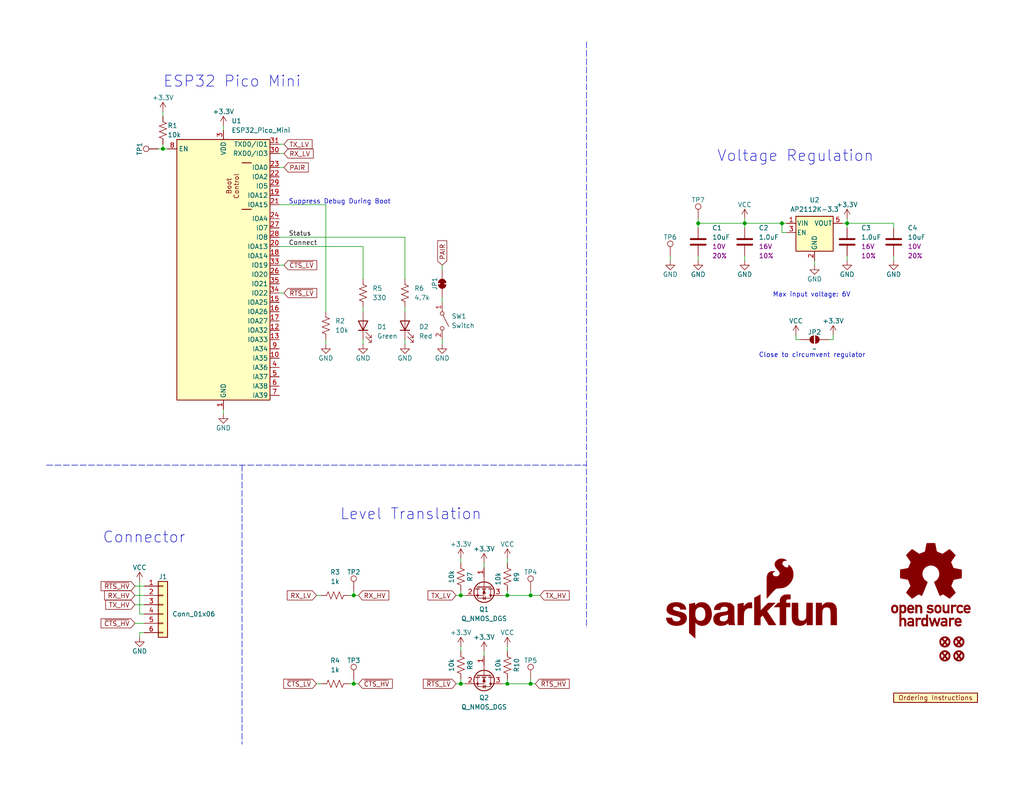
<source format=kicad_sch>
(kicad_sch (version 20230121) (generator eeschema)
  (paper "USLetter")
  (title_block (title "SparkFun BlueSMiRF - ESP32 PTH") (date "2023-07-29") (rev "v11") (comment 1 "Designed by: N. Seidle"))
  (lib_symbols
    (symbol "10k_0603_1" (pin_numbers hide) (pin_names (offset 0))
      (property "Reference" "R" (at 0 -2.54 0))
      (property "Value" "10k" (at 0 2.54 0))
      (symbol "10k_0603_1_1_1"
        (pin passive line (at 3.81 0 180) (length 1.27) (name "~") (number "1"))
        (pin passive line (at -3.81 0 0) (length 1.27) (name "~") (number "2"))
      )
    )
    (symbol "10k_0603_2" (pin_numbers hide) (pin_names (offset 0))
      (property "Reference" "R" (at 0 -2.54 0))
      (property "Value" "10k" (at 0 2.54 0))
      (symbol "10k_0603_2_1_1"
        (pin passive line (at 3.81 0 180) (length 1.27) (name "~") (number "1"))
        (pin passive line (at -3.81 0 0) (length 1.27) (name "~") (number "2"))
      )
    )
    (symbol "10k_0603_3" (pin_numbers hide) (pin_names (offset 0))
      (property "Reference" "R" (at 0 -2.54 0))
      (property "Value" "10k" (at 0 2.54 0))
      (symbol "10k_0603_3_1_1"
        (pin passive line (at 3.81 0 180) (length 1.27) (name "~") (number "1"))
        (pin passive line (at -3.81 0 0) (length 1.27) (name "~") (number "2"))
      )
    )
    (symbol "10k_0603_4" (pin_numbers hide) (pin_names (offset 0))
      (property "Reference" "R" (at 0 -2.54 0))
      (property "Value" "10k" (at 0 2.54 0))
      (symbol "10k_0603_4_1_1"
        (pin passive line (at 3.81 0 180) (length 1.27) (name "~") (number "1"))
        (pin passive line (at -3.81 0 0) (length 1.27) (name "~") (number "2"))
      )
    )
    (symbol "10k_0603_5" (pin_numbers hide) (pin_names (offset 0))
      (property "Reference" "R" (at 0 -2.54 0))
      (property "Value" "10k" (at 0 2.54 0))
      (symbol "10k_0603_5_1_1"
        (pin passive line (at 3.81 0 180) (length 1.27) (name "~") (number "1"))
        (pin passive line (at -3.81 0 0) (length 1.27) (name "~") (number "2"))
      )
    )
    (symbol "SparkFun-Aesthetic:Fiducial_0.5"
      (symbol "Fiducial_0.5_1_1"
        (text "x" (at 0 0.254 0) (effects (font (size 2.5 2.5) bold)))
      )
    )
    (symbol "SparkFun-Aesthetic:OSHW_Logo" (pin_names (offset 1.016)) (in_bom no))
    (symbol "SparkFun-Aesthetic:Ordering_Instructions"
      (symbol "Ordering_Instructions_1_1"
        (text "Ordering Instructions" (at 1.27 0 0) (effects (font (size 1.27 1.27))))
      )
    )
    (symbol "SparkFun-Aesthetic:SparkFun_Logo" (pin_names (offset 1.016)) (on_board no))
    (symbol "SparkFun-Capacitor:1.0uF_0603_16V_10%" (pin_numbers hide) (pin_names (offset 0.254))
      (property "Reference" "C" (at 0.635 2.54 0))
      (property "Value" "1.0uF" (at 0.635 -2.54 0))
      (property "Voltage" "16V" (at 0 -6.35 0))
      (property "Tolerance" "10%" (at 0 -8.89 0))
      (symbol "1.0uF_0603_16V_10%_1_1"
        (pin passive line (at 0 3.81 270) (length 2.794) (name "~") (number "1"))
        (pin passive line (at 0 -3.81 90) (length 2.794) (name "~") (number "2"))
      )
    )
    (symbol "SparkFun-Capacitor:10uF_0603_10V_20%" (pin_numbers hide) (pin_names (offset 0.254))
      (property "Reference" "C" (at 0.635 2.54 0))
      (property "Value" "10uF" (at 0.635 -2.54 0))
      (property "Voltage" "10V" (at 0 -6.35 0))
      (property "Tolerance" "20%" (at 0 -8.89 0))
      (symbol "10uF_0603_10V_20%_1_1"
        (pin passive line (at 0 3.81 270) (length 2.794) (name "~") (number "1"))
        (pin passive line (at 0 -3.81 90) (length 2.794) (name "~") (number "2"))
      )
    )
    (symbol "SparkFun-Connector:Conn_01x06" (pin_names (offset 1.016) hide)
      (property "Reference" "J" (at 0 7.62 0))
      (property "Value" "Conn_01x06" (at 0 -10.16 0))
      (symbol "Conn_01x06_1_1"
        (pin passive line (at -5.08 5.08 0) (length 3.81) (name "Pin_1") (number "1"))
        (pin passive line (at -5.08 2.54 0) (length 3.81) (name "Pin_2") (number "2"))
        (pin passive line (at -5.08 0 0) (length 3.81) (name "Pin_3") (number "3"))
        (pin passive line (at -5.08 -2.54 0) (length 3.81) (name "Pin_4") (number "4"))
        (pin passive line (at -5.08 -5.08 0) (length 3.81) (name "Pin_5") (number "5"))
        (pin passive line (at -5.08 -7.62 0) (length 3.81) (name "Pin_6") (number "6"))
      )
    )
    (symbol "SparkFun-Connector:TestPoint_0.75mm" (pin_numbers hide) (pin_names (offset 0) hide)
      (property "Reference" "TP" (at 0 5.08 0))
      (symbol "TestPoint_0.75mm_1_1"
        (pin passive line (at 0 0 90) (length 2.54) (name "1") (number "1"))
      )
    )
    (symbol "SparkFun-Connector:TestPoint_PTH" (pin_numbers hide) (pin_names (offset 0.762) hide)
      (property "Reference" "TP" (at 0 5.08 0))
      (symbol "TestPoint_PTH_1_1"
        (pin passive line (at 0 0 90) (length 2.54) (name "1") (number "1"))
      )
    )
    (symbol "SparkFun-DiscreteSemi:Q_NMOS_0.2A_50V" (pin_names (offset 0) hide)
      (property "Reference" "Q" (at 5.08 1.27 0))
      (property "Value" "NMOS_0.2A_50V" (at 5.08 -1.27 0))
      (symbol "Q_NMOS_0.2A_50V_1_1"
        (pin input line (at -5.08 0 0) (length 2.54) (name "G") (number "1"))
        (pin passive line (at 2.54 -5.08 90) (length 2.54) (name "S") (number "2"))
        (pin passive line (at 2.54 5.08 270) (length 2.54) (name "D") (number "3"))
      )
    )
    (symbol "SparkFun-Jumper:SolderJumper_2_Bridged" (pin_numbers hide) (pin_names (offset 0) hide)
      (property "Reference" "JP" (at 0 2.032 0))
      (property "Value" "~" (at 0 -2.54 0))
      (symbol "SolderJumper_2_Bridged_1_1"
        (pin passive line (at -3.81 0 0) (length 2.54) (name "A") (number "1"))
        (pin passive line (at 3.81 0 180) (length 2.54) (name "B") (number "2"))
      )
    )
    (symbol "SparkFun-Jumper:SolderJumper_2_Open" (pin_numbers hide) (pin_names (offset 0) hide)
      (property "Reference" "JP" (at 0 2.032 0))
      (property "Value" "~" (at 0 -2.54 0))
      (symbol "SolderJumper_2_Open_1_1"
        (pin passive line (at -3.81 0 0) (length 2.54) (name "A") (number "1"))
        (pin passive line (at 3.81 0 180) (length 2.54) (name "B") (number "2"))
      )
    )
    (symbol "SparkFun-LED:LED_Green_0603" (pin_numbers hide) (pin_names (offset 1.016) hide)
      (property "Reference" "D" (at 0 2.54 0))
      (property "Value" "Green" (at 0 -2.54 0))
      (symbol "LED_Green_0603_1_1"
        (pin passive line (at -3.81 0 0) (length 2.54) (name "K") (number "1"))
        (pin passive line (at 3.81 0 180) (length 2.54) (name "A") (number "2"))
      )
    )
    (symbol "SparkFun-LED:LED_Red_0603" (pin_numbers hide) (pin_names (offset 1.016) hide)
      (property "Reference" "D" (at 0 2.54 0))
      (property "Value" "Red" (at 0 -2.54 0))
      (symbol "LED_Red_0603_1_1"
        (pin passive line (at -3.81 0 0) (length 2.54) (name "K") (number "1"))
        (pin passive line (at 3.81 0 180) (length 2.54) (name "A") (number "2"))
      )
    )
    (symbol "SparkFun-PowerSymbol:GND" (power) (pin_names (offset 0))
      (property "Value" "GND" (at 0 -3.81 0))
      (symbol "GND_1_1"
        (pin power_in line (at 0 0 270) (length 0) hide (name "GND") (number "1"))
      )
    )
    (symbol "SparkFun-PowerSymbol:VCC" (power) (pin_names (offset 0))
      (property "Value" "VCC" (at 0 3.81 0))
      (symbol "VCC_1_1"
        (pin power_in line (at 0 0 90) (length 0) hide (name "VCC") (number "1"))
      )
    )
    (symbol "SparkFun-RF:ESP32-PICO-V3-02"
      (property "Reference" "U" (at -12.7 33.02 0))
      (property "Value" "ESP32-PICO-V3-02" (at 1.27 33.02 0))
      (symbol "ESP32-PICO-V3-02_1_1"
        (text "Boot\nControl" (at 2.54 19.05 900) (effects (font (size 1.27 1.27))))
        (pin power_in line (at 0 -41.91 90) (length 2.54) (name "GND") (number "1"))
        (pin input line (at 15.24 -27.94 180) (length 2.54) (name "IA35") (number "10"))
        (pin passive line (at 0 -41.91 90) (length 2.54) hide (name "GND") (number "11"))
        (pin bidirectional line (at 15.24 -20.32 180) (length 2.54) (name "IOA32") (number "12"))
        (pin bidirectional line (at 15.24 -22.86 180) (length 2.54) (name "IOA33") (number "13"))
        (pin passive line (at 0 -41.91 90) (length 2.54) hide (name "GND") (number "14"))
        (pin bidirectional line (at 15.24 -12.7 180) (length 2.54) (name "IOA25") (number "15"))
        (pin bidirectional line (at 15.24 -15.24 180) (length 2.54) (name "IOA26") (number "16"))
        (pin bidirectional line (at 15.24 -17.78 180) (length 2.54) (name "IOA27") (number "17"))
        (pin bidirectional line (at 15.24 0 180) (length 2.54) (name "IOA14") (number "18"))
        (pin bidirectional line (at 15.24 16.51 180) (length 2.54) (name "IOA12") (number "19"))
        (pin passive line (at 0 -41.91 90) (length 2.54) hide (name "GND") (number "2"))
        (pin bidirectional line (at 15.24 2.54 180) (length 2.54) (name "IOA13") (number "20"))
        (pin bidirectional line (at 15.24 13.97 180) (length 2.54) (name "IOA15") (number "21"))
        (pin bidirectional line (at 15.24 21.59 180) (length 2.54) (name "IOA2") (number "22"))
        (pin bidirectional line (at 15.24 24.13 180) (length 2.54) (name "IOA0") (number "23"))
        (pin bidirectional line (at 15.24 10.16 180) (length 2.54) (name "IOA4") (number "24"))
        (pin no_connect line (at -12.7 -11.43 0) (length 2.54) hide (name "NC") (number "25"))
        (pin bidirectional line (at 15.24 -5.08 180) (length 2.54) (name "IO20") (number "26"))
        (pin bidirectional line (at 15.24 7.62 180) (length 2.54) (name "IO7") (number "27"))
        (pin bidirectional line (at 15.24 5.08 180) (length 2.54) (name "IO8") (number "28"))
        (pin bidirectional line (at 15.24 19.05 180) (length 2.54) (name "IO5") (number "29"))
        (pin power_in line (at 0 34.29 270) (length 2.54) (name "VDD") (number "3"))
        (pin bidirectional line (at 15.24 27.94 180) (length 2.54) (name "RXD0/IO3") (number "30"))
        (pin bidirectional line (at 15.24 30.48 180) (length 2.54) (name "TXD0/IO1") (number "31"))
        (pin no_connect line (at -12.7 -13.97 0) (length 2.54) hide (name "NC") (number "32"))
        (pin bidirectional line (at 15.24 -2.54 180) (length 2.54) (name "IO19") (number "33"))
        (pin bidirectional line (at 15.24 -10.16 180) (length 2.54) (name "IO22") (number "34"))
        (pin bidirectional line (at 15.24 -7.62 180) (length 2.54) (name "IO21") (number "35"))
        (pin passive line (at 0 -41.91 90) (length 2.54) hide (name "GND") (number "36"))
        (pin passive line (at 0 -41.91 90) (length 2.54) hide (name "GND") (number "37"))
        (pin passive line (at 0 -41.91 90) (length 2.54) hide (name "GND") (number "38"))
        (pin passive line (at 0 -41.91 90) (length 2.54) hide (name "GND") (number "39"))
        (pin input line (at 15.24 -30.48 180) (length 2.54) (name "IA36") (number "4"))
        (pin passive line (at 0 -41.91 90) (length 2.54) hide (name "GND") (number "40"))
        (pin passive line (at 0 -41.91 90) (length 2.54) hide (name "GND") (number "41"))
        (pin passive line (at 0 -41.91 90) (length 2.54) hide (name "GND") (number "42"))
        (pin passive line (at 0 -41.91 90) (length 2.54) hide (name "GND") (number "43"))
        (pin passive line (at 0 -41.91 90) (length 2.54) hide (name "GND") (number "44"))
        (pin passive line (at 0 -41.91 90) (length 2.54) hide (name "GND") (number "45"))
        (pin passive line (at 0 -41.91 90) (length 2.54) hide (name "GND") (number "46"))
        (pin passive line (at 0 -41.91 90) (length 2.54) hide (name "GND") (number "47"))
        (pin passive line (at 0 -41.91 90) (length 2.54) hide (name "GND") (number "48"))
        (pin passive line (at 0 -41.91 90) (length 2.54) hide (name "GND") (number "49.1"))
        (pin passive line (at 0 -41.91 90) (length 2.54) hide (name "GND") (number "49.2"))
        (pin passive line (at 0 -41.91 90) (length 2.54) hide (name "GND") (number "49.3"))
        (pin passive line (at 0 -41.91 90) (length 2.54) hide (name "GND") (number "49.4"))
        (pin passive line (at 0 -41.91 90) (length 2.54) hide (name "GND") (number "49.5"))
        (pin passive line (at 0 -41.91 90) (length 2.54) hide (name "GND") (number "49.6"))
        (pin passive line (at 0 -41.91 90) (length 2.54) hide (name "GND") (number "49.7"))
        (pin passive line (at 0 -41.91 90) (length 2.54) hide (name "GND") (number "49.8"))
        (pin passive line (at 0 -41.91 90) (length 2.54) hide (name "GND") (number "49.9"))
        (pin input line (at 15.24 -33.02 180) (length 2.54) (name "IA37") (number "5"))
        (pin passive line (at 0 -41.91 90) (length 2.54) hide (name "GND") (number "50"))
        (pin passive line (at 0 -41.91 90) (length 2.54) hide (name "GND") (number "51"))
        (pin passive line (at 0 -41.91 90) (length 2.54) hide (name "GND") (number "52"))
        (pin passive line (at 0 -41.91 90) (length 2.54) hide (name "GND") (number "53"))
        (pin input line (at 15.24 -35.56 180) (length 2.54) (name "IA38") (number "6"))
        (pin input line (at 15.24 -38.1 180) (length 2.54) (name "IA39") (number "7"))
        (pin input line (at -15.24 29.21 0) (length 2.54) (name "EN") (number "8"))
        (pin input line (at 15.24 -25.4 180) (length 2.54) (name "IA34") (number "9"))
      )
    )
    (symbol "SparkFun-Regulator:AP2112K-3.3" (pin_names (offset 0.254))
      (property "Reference" "U3" (at 0 8.89 0))
      (property "Value" "AP2112K-3.3" (at 0 6.35 0))
      (symbol "AP2112K-3.3_1_1"
        (pin power_in line (at -7.62 2.54 0) (length 2.54) (name "VIN") (number "1"))
        (pin power_in line (at 0 -7.62 90) (length 2.54) (name "GND") (number "2"))
        (pin input line (at -7.62 0 0) (length 2.54) (name "EN") (number "3"))
        (pin no_connect line (at 5.08 0 180) (length 2.54) hide (name "NC") (number "4"))
        (pin power_out line (at 7.62 2.54 180) (length 2.54) (name "VOUT") (number "5"))
      )
    )
    (symbol "SparkFun-Resistor:10k_0603" (pin_numbers hide) (pin_names (offset 0))
      (property "Reference" "R" (at 2.54 0 90))
      (property "Value" "10k" (at -2.54 0 90))
      (symbol "10k_0603_1_1"
        (pin passive line (at 0 3.81 270) (length 1.27) (name "~") (number "1"))
        (pin passive line (at 0 -3.81 90) (length 1.27) (name "~") (number "2"))
      )
    )
    (symbol "SparkFun-Resistor:1k_0603" (pin_numbers hide) (pin_names (offset 0))
      (property "Reference" "R" (at 2.54 0 90))
      (property "Value" "1k" (at -2.54 0 90))
      (symbol "1k_0603_1_1"
        (pin passive line (at 0 3.81 270) (length 1.27) (name "~") (number "1"))
        (pin passive line (at 0 -3.81 90) (length 1.27) (name "~") (number "2"))
      )
    )
    (symbol "SparkFun-Resistor:330_0603" (pin_numbers hide) (pin_names (offset 0))
      (property "Reference" "R" (at 2.54 0 90))
      (property "Value" "330" (at -2.54 0 90))
      (symbol "330_0603_1_1"
        (pin passive line (at 0 3.81 270) (length 1.27) (name "~") (number "1"))
        (pin passive line (at 0 -3.81 90) (length 1.27) (name "~") (number "2"))
      )
    )
    (symbol "SparkFun-Resistor:4.7k_0603" (pin_numbers hide) (pin_names (offset 0))
      (property "Reference" "R" (at 2.54 0 90))
      (property "Value" "4.7k" (at -2.54 0 90))
      (symbol "4.7k_0603_1_1"
        (pin passive line (at 0 3.81 270) (length 1.27) (name "~") (number "1"))
        (pin passive line (at 0 -3.81 90) (length 1.27) (name "~") (number "2"))
      )
    )
    (symbol "SparkFun-Switch:SPST_Momentary_4.6x2.8mm" (pin_names (offset 0) hide)
      (property "Reference" "SW" (at 0 3.175 0))
      (property "Value" "SPST_Momentary_4.6x2.8mm" (at 0 -2.54 0))
      (symbol "SPST_Momentary_4.6x2.8mm_1_1"
        (pin passive line (at -5.08 0 0) (length 2.54) (name "A") (number "1"))
        (pin passive line (at 5.08 0 180) (length 2.54) (name "B") (number "2"))
      )
    )
    (symbol "power:+3.3V" (power) (pin_names (offset 0))
      (property "Value" "+3.3V" (at 0 3.556 0))
      (symbol "+3.3V_1_1"
        (pin power_in line (at 0 0 90) (length 0) hide (name "+3.3V") (number "1"))
      )
    )
    (symbol "power:GND" (power) (pin_names (offset 0))
      (property "Value" "GND" (at 0 -3.81 0))
      (symbol "GND_1_1"
        (pin power_in line (at 0 0 270) (length 0) hide (name "GND") (number "1"))
      )
    )
  )
  (junction (at 144.78 162.56))
  (junction (at 125.73 162.56))
  (junction (at 96.52 162.56))
  (junction (at 44.45 40.64))
  (junction (at 231.14 60.96))
  (junction (at 96.52 186.69))
  (junction (at 213.36 60.96))
  (junction (at 138.43 186.69))
  (junction (at 144.78 186.69))
  (junction (at 138.43 162.56))
  (junction (at 190.5 60.96))
  (junction (at 125.73 186.69))
  (junction (at 203.2 60.96))
  (wire (pts (xy 39.37 167.64) (xy 38.1 167.64)))
  (wire (pts (xy 99.06 67.31) (xy 99.06 76.2)))
  (wire (pts (xy 45.72 40.64) (xy 44.45 40.64)))
  (wire (pts (xy 110.49 64.77) (xy 110.49 76.2)))
  (wire (pts (xy 138.43 152.4) (xy 138.43 153.67)))
  (wire (pts (xy 138.43 185.42) (xy 138.43 186.69)))
  (wire (pts (xy 213.36 60.96) (xy 214.63 60.96)))
  (wire (pts (xy 138.43 161.29) (xy 138.43 162.56)))
  (wire (pts (xy 60.96 34.29) (xy 60.96 35.56)))
  (wire (pts (xy 138.43 186.69) (xy 144.78 186.69)))
  (wire (pts (xy 144.78 161.29) (xy 144.78 162.56)))
  (wire (pts (xy 88.9 55.88) (xy 88.9 85.09)))
  (wire (pts (xy 132.08 177.8) (xy 132.08 179.07)))
  (wire (pts (xy 96.52 162.56) (xy 97.79 162.56)))
  (wire (pts (xy 227.33 91.44) (xy 227.33 92.71)))
  (wire (pts (xy 76.2 45.72) (xy 77.47 45.72)))
  (wire (pts (xy 99.06 92.71) (xy 99.06 93.98)))
  (wire (pts (xy 96.52 161.29) (xy 96.52 162.56)))
  (wire (pts (xy 231.14 60.96) (xy 243.84 60.96)))
  (wire (pts (xy 222.25 71.12) (xy 222.25 72.39)))
  (wire (pts (xy 96.52 185.42) (xy 96.52 186.69)))
  (wire (pts (xy 190.5 60.96) (xy 203.2 60.96)))
  (wire (pts (xy 138.43 176.53) (xy 138.43 177.8)))
  (wire (pts (xy 86.36 162.56) (xy 87.63 162.56)))
  (wire (pts (xy 125.73 152.4) (xy 125.73 153.67)))
  (wire (pts (xy 203.2 69.85) (xy 203.2 71.12)))
  (wire (pts (xy 125.73 161.29) (xy 125.73 162.56)))
  (wire (pts (xy 127 162.56) (xy 125.73 162.56)))
  (wire (pts (xy 217.17 91.44) (xy 217.17 92.71)))
  (wire (pts (xy 132.08 153.67) (xy 132.08 154.94)))
  (polyline (pts (xy 66.04 127) (xy 66.04 203.2)) (stroke (width 0) (type dash)))
  (wire (pts (xy 76.2 39.37) (xy 77.47 39.37)))
  (wire (pts (xy 76.2 80.01) (xy 77.47 80.01)))
  (wire (pts (xy 120.65 93.98) (xy 120.65 92.71)))
  (wire (pts (xy 99.06 83.82) (xy 99.06 85.09)))
  (wire (pts (xy 190.5 62.23) (xy 190.5 60.96)))
  (wire (pts (xy 36.83 160.02) (xy 39.37 160.02)))
  (wire (pts (xy 39.37 172.72) (xy 38.1 172.72)))
  (wire (pts (xy 44.45 30.48) (xy 44.45 31.75)))
  (wire (pts (xy 203.2 59.69) (xy 203.2 60.96)))
  (wire (pts (xy 124.46 162.56) (xy 125.73 162.56)))
  (wire (pts (xy 125.73 185.42) (xy 125.73 186.69)))
  (wire (pts (xy 76.2 64.77) (xy 110.49 64.77)))
  (wire (pts (xy 95.25 186.69) (xy 96.52 186.69)))
  (wire (pts (xy 203.2 60.96) (xy 203.2 62.23)))
  (wire (pts (xy 137.16 162.56) (xy 138.43 162.56)))
  (wire (pts (xy 214.63 63.5) (xy 213.36 63.5)))
  (wire (pts (xy 36.83 162.56) (xy 39.37 162.56)))
  (wire (pts (xy 243.84 60.96) (xy 243.84 62.23)))
  (wire (pts (xy 231.14 69.85) (xy 231.14 71.12)))
  (wire (pts (xy 226.06 92.71) (xy 227.33 92.71)))
  (wire (pts (xy 124.46 186.69) (xy 125.73 186.69)))
  (wire (pts (xy 138.43 162.56) (xy 144.78 162.56)))
  (wire (pts (xy 88.9 93.98) (xy 88.9 92.71)))
  (wire (pts (xy 213.36 63.5) (xy 213.36 60.96)))
  (wire (pts (xy 44.45 40.64) (xy 44.45 39.37)))
  (wire (pts (xy 217.17 92.71) (xy 218.44 92.71)))
  (wire (pts (xy 76.2 67.31) (xy 99.06 67.31)))
  (wire (pts (xy 60.96 113.03) (xy 60.96 111.76)))
  (wire (pts (xy 76.2 55.88) (xy 88.9 55.88)))
  (wire (pts (xy 231.14 60.96) (xy 231.14 62.23)))
  (wire (pts (xy 231.14 59.69) (xy 231.14 60.96)))
  (wire (pts (xy 76.2 41.91) (xy 77.47 41.91)))
  (wire (pts (xy 36.83 165.1) (xy 39.37 165.1)))
  (wire (pts (xy 38.1 172.72) (xy 38.1 173.99)))
  (wire (pts (xy 95.25 162.56) (xy 96.52 162.56)))
  (wire (pts (xy 144.78 186.69) (xy 146.05 186.69)))
  (wire (pts (xy 137.16 186.69) (xy 138.43 186.69)))
  (wire (pts (xy 182.88 71.12) (xy 182.88 69.85)))
  (wire (pts (xy 144.78 162.56) (xy 147.32 162.56)))
  (wire (pts (xy 190.5 59.69) (xy 190.5 60.96)))
  (wire (pts (xy 120.65 72.39) (xy 120.65 73.66)))
  (wire (pts (xy 243.84 69.85) (xy 243.84 71.12)))
  (polyline (pts (xy 12.7 127) (xy 160.02 127)) (stroke (width 0) (type dash)))
  (wire (pts (xy 76.2 72.39) (xy 77.47 72.39)))
  (wire (pts (xy 190.5 69.85) (xy 190.5 71.12)))
  (wire (pts (xy 86.36 186.69) (xy 87.63 186.69)))
  (wire (pts (xy 203.2 60.96) (xy 213.36 60.96)))
  (wire (pts (xy 125.73 186.69) (xy 127 186.69)))
  (wire (pts (xy 110.49 92.71) (xy 110.49 93.98)))
  (wire (pts (xy 43.18 40.64) (xy 44.45 40.64)))
  (wire (pts (xy 120.65 81.28) (xy 120.65 82.55)))
  (wire (pts (xy 229.87 60.96) (xy 231.14 60.96)))
  (wire (pts (xy 144.78 185.42) (xy 144.78 186.69)))
  (wire (pts (xy 38.1 158.75) (xy 38.1 167.64)))
  (wire (pts (xy 125.73 176.53) (xy 125.73 177.8)))
  (wire (pts (xy 96.52 186.69) (xy 97.79 186.69)))
  (wire (pts (xy 36.83 170.18) (xy 39.37 170.18)))
  (polyline (pts (xy 160.02 11.43) (xy 160.02 171.45)) (stroke (width 0) (type dash)))
  (wire (pts (xy 110.49 83.82) (xy 110.49 85.09)))
  (text "Max input voltage: 6V" (at 210.82 81.28 0) (effects (font (size 1.27 1.27)) (justify left bottom)))
  (text "Level Translation\n" (at 92.71 142.24 0) (effects (font (size 3 3)) (justify left bottom)))
  (text "Voltage Regulation" (at 195.58 44.45 0) (effects (font (size 3 3)) (justify left bottom)))
  (text "ESP32 Pico Mini\n" (at 44.45 24.13 0) (effects (font (size 3 3)) (justify left bottom)))
  (text "Close to circumvent regulator" (at 207.01 97.79 0) (effects (font (size 1.27 1.27)) (justify left bottom)))
  (text "Connector\n" (at 27.94 148.59 0) (effects (font (size 3 3)) (justify left bottom)))
  (text "Suppress Debug During Boot" (at 78.74 55.88 0) (effects (font (size 1.27 1.27)) (justify left bottom)))
  (label "Status" (at 78.74 64.77 0))
  (label "Connect" (at 78.74 67.31 0))
  (global_label "TX_LV" (shape input) (at 77.47 39.37 0) (property "Intersheetrefs" "${INTERSHEET_REFS}" (effects hide)))
  (global_label "RX_HV" (shape input) (at 36.83 162.56 180) (property "Intersheetrefs" "${INTERSHEET_REFS}" (effects hide)))
  (global_label "~{RTS_LV}" (shape input) (at 124.46 186.69 180) (property "Intersheetrefs" "${INTERSHEET_REFS}" (effects hide)))
  (global_label "~{CTS_HV}" (shape input) (at 97.79 186.69 0) (property "Intersheetrefs" "${INTERSHEET_REFS}" (effects hide)))
  (global_label "~{RTS_HV}" (shape input) (at 146.05 186.69 0) (property "Intersheetrefs" "${INTERSHEET_REFS}" (effects hide)))
  (global_label "RX_LV" (shape input) (at 86.36 162.56 180) (property "Intersheetrefs" "${INTERSHEET_REFS}" (effects hide)))
  (global_label "PAIR" (shape input) (at 120.65 72.39 90) (property "Intersheetrefs" "${INTERSHEET_REFS}" (effects hide)))
  (global_label "~{CTS_LV}" (shape input) (at 77.47 72.39 0) (property "Intersheetrefs" "${INTERSHEET_REFS}" (effects hide)))
  (global_label "PAIR" (shape input) (at 77.47 45.72 0) (property "Intersheetrefs" "${INTERSHEET_REFS}" (effects hide)))
  (global_label "TX_HV" (shape input) (at 147.32 162.56 0) (property "Intersheetrefs" "${INTERSHEET_REFS}" (effects hide)))
  (global_label "RX_HV" (shape input) (at 97.79 162.56 0) (property "Intersheetrefs" "${INTERSHEET_REFS}" (effects hide)))
  (global_label "~{RTS_HV}" (shape input) (at 36.83 160.02 180) (property "Intersheetrefs" "${INTERSHEET_REFS}" (effects hide)))
  (global_label "RX_LV" (shape input) (at 77.47 41.91 0) (property "Intersheetrefs" "${INTERSHEET_REFS}" (effects hide)))
  (global_label "~{RTS_LV}" (shape input) (at 77.47 80.01 0) (property "Intersheetrefs" "${INTERSHEET_REFS}" (effects hide)))
  (global_label "TX_HV" (shape input) (at 36.83 165.1 180) (property "Intersheetrefs" "${INTERSHEET_REFS}" (effects hide)))
  (global_label "~{CTS_HV}" (shape input) (at 36.83 170.18 180) (property "Intersheetrefs" "${INTERSHEET_REFS}" (effects hide)))
  (global_label "~{CTS_LV}" (shape input) (at 86.36 186.69 180) (property "Intersheetrefs" "${INTERSHEET_REFS}" (effects hide)))
  (global_label "TX_LV" (shape input) (at 124.46 162.56 180) (property "Intersheetrefs" "${INTERSHEET_REFS}" (effects hide)))
  (symbol (lib_id "SparkFun-Connector:TestPoint_0.75mm") (at 190.5 59.69 0) (unit 1)
    (property "Reference" "TP7" (at 190.5 54.61 0))
    (property "Value" "TestPoint_0.75mm" (effects hide))
    (property "Footprint" "SparkFun-Connector:TestPoint-0.75mm" (effects hide))
  )
  (symbol (lib_id "SparkFun-Connector:TestPoint_0.75mm") (at 144.78 185.42 0) (unit 1)
    (property "Reference" "TP5" (at 144.78 180.34 0))
    (property "Value" "TestPoint_0.75mm" (effects hide))
    (property "Footprint" "SparkFun-Connector:TestPoint-0.75mm" (effects hide))
  )
  (symbol (lib_id "SparkFun-Jumper:SolderJumper_2_Bridged") (at 120.65 77.47 90) (unit 1)
    (property "Reference" "JP1" (at 118.618 77.47 0))
    (property "Footprint" "SparkFun-Jumper:SMT-JUMPER_2_NC_TRACE_SILK" (effects hide))
  )
  (symbol (lib_id "SparkFun-LED:LED_Green_0603") (at 99.06 88.9 90) (unit 1)
    (property "Reference" "D1" (at 102.87 89.2175 90) (effects (justify right)))
    (property "Value" "Green" (at 102.87 91.7575 90) (effects (justify right)))
    (property "Footprint" "SparkFun-LED:LED_0603_1608Metric" (effects hide))
    (property "Datasheet" "https://docs.broadcom.com/docs/AV02-0551EN" (effects hide))
    (property "PROD_ID" "DIO-00821" (effects hide))
  )
  (symbol (lib_id "SparkFun-Capacitor:1.0uF_0603_16V_10%") (at 231.14 66.04 0) (unit 1)
    (property "Reference" "C3" (at 234.95 62.23 0) (effects (justify left)))
    (property "Value" "1.0uF" (at 234.95 64.77 0) (effects (justify left)))
    (property "Footprint" "SparkFun-Capacitor:C_0603_1608Metric" (effects hide))
    (property "Datasheet" "https://cdn.sparkfun.com/assets/8/a/4/a/5/Kemet_Capacitor_Datasheet.pdf" (effects hide))
    (property "PROD_ID" "CAP-13930" (effects hide))
    (property "Voltage" "16V" (at 234.95 67.31 0) (effects (justify left)))
    (property "Tolerance" "10%" (at 234.95 69.85 0) (effects (justify left)))
  )
  (symbol (lib_id "SparkFun-PowerSymbol:VCC") (at 203.2 59.69 0) (unit 1)
    (property "Reference" "#PWR0106" (effects hide))
    (property "Value" "VCC" (at 203.2 55.88 0))
  )
  (symbol (lib_id "SparkFun-Aesthetic:Fiducial_0.5") (at 261.62 179.07 0) (unit 1)
    (property "Reference" "FID4" (effects hide))
    (property "Value" "Fiducial_0.5" (effects hide))
    (property "Footprint" "SparkFun-Aesthetic:Fiducial_0.5mm_Mask1mm" (effects hide))
  )
  (symbol (lib_id "power:GND") (at 222.25 72.39 0) (unit 1)
    (property "Reference" "#PWR0104" (effects hide))
    (property "Value" "GND" (at 222.25 76.2 0))
  )
  (symbol (lib_id "SparkFun-Aesthetic:SparkFun_Logo") (at 204.47 167.64 0) (unit 1) (on_board no)
    (property "Reference" "G1" (effects hide))
    (property "Value" "SparkFun_Logo" (effects hide))
  )
  (symbol (lib_id "power:GND") (at 243.84 71.12 0) (unit 1)
    (property "Reference" "#PWR0109" (effects hide))
    (property "Value" "GND" (at 243.84 74.93 0))
  )
  (symbol (lib_name "10k_0603_1") (lib_id "SparkFun-Resistor:10k_0603") (at 125.73 157.48 90) (unit 1)
    (property "Reference" "R7" (at 128.27 157.48 0))
    (property "Value" "10k" (at 123.19 157.48 0))
    (property "Footprint" "SparkFun-Resistor:R_0603_1608Metric" (effects hide))
    (property "Datasheet" "https://www.vishay.com/docs/20035/dcrcwe3.pdf" (effects hide))
    (property "PROD_ID" "RES-00824" (effects hide))
  )
  (symbol (lib_id "SparkFun-Aesthetic:Fiducial_0.5") (at 261.62 175.26 0) (unit 1)
    (property "Reference" "FID3" (effects hide))
    (property "Value" "Fiducial_0.5" (effects hide))
    (property "Footprint" "SparkFun-Aesthetic:Fiducial_0.5mm_Mask1mm" (effects hide))
  )
  (symbol (lib_id "SparkFun-Connector:Conn_01x06") (at 44.45 165.1 0) (unit 1)
    (property "Reference" "J1" (at 44.45 157.48 0))
    (property "Value" "Conn_01x06" (at 46.99 167.64 0) (effects (justify left)))
    (property "Footprint" "SparkFun-Connector:1X06" (effects hide))
  )
  (symbol (lib_id "power:+3.3V") (at 125.73 176.53 0) (unit 1)
    (property "Reference" "#PWR0101" (effects hide))
    (property "Value" "+3.3V" (at 125.73 172.72 0))
  )
  (symbol (lib_id "SparkFun-Resistor:1k_0603") (at 91.44 162.56 90) (unit 1)
    (property "Reference" "R3" (at 91.44 156.21 90))
    (property "Value" "1k" (at 91.44 158.75 90))
    (property "Footprint" "SparkFun-Resistor:R_0603_1608Metric" (effects hide))
    (property "Datasheet" "https://www.vishay.com/docs/20035/dcrcwe3.pdf" (effects hide))
    (property "PROD_ID" "RES-07856" (effects hide))
  )
  (symbol (lib_id "power:GND") (at 203.2 71.12 0) (unit 1)
    (property "Reference" "#PWR0112" (effects hide))
    (property "Value" "GND" (at 203.2 74.93 0))
  )
  (symbol (lib_id "SparkFun-Connector:TestPoint_0.75mm") (at 144.78 161.29 0) (unit 1)
    (property "Reference" "TP4" (at 144.78 156.21 0))
    (property "Value" "TestPoint_0.75mm" (effects hide))
    (property "Footprint" "SparkFun-Connector:TestPoint-0.75mm" (effects hide))
  )
  (symbol (lib_id "SparkFun-Capacitor:10uF_0603_10V_20%") (at 190.5 66.04 0) (unit 1)
    (property "Reference" "C1" (at 194.31 62.23 0) (effects (justify left)))
    (property "Value" "10uF" (at 194.31 64.77 0) (effects (justify left)))
    (property "Footprint" "SparkFun-Capacitor:C_0603_1608Metric" (effects hide))
    (property "Datasheet" "https://cdn.sparkfun.com/assets/8/a/4/a/5/Kemet_Capacitor_Datasheet.pdf" (effects hide))
    (property "PROD_ID" "CAP-20155" (effects hide))
    (property "Voltage" "10V" (at 194.31 67.31 0) (effects (justify left)))
    (property "Tolerance" "20%" (at 194.31 69.85 0) (effects (justify left)))
  )
  (symbol (lib_id "SparkFun-PowerSymbol:GND") (at 120.65 93.98 0) (unit 1)
    (property "Reference" "#PWR0119" (effects hide))
    (property "Value" "GND" (at 120.65 97.79 0))
  )
  (symbol (lib_id "SparkFun-RF:ESP32-PICO-V3-02") (at 60.96 69.85 0) (unit 1)
    (property "Reference" "U1" (at 63.1541 33.02 0) (effects (justify left)))
    (property "Value" "ESP32_Pico_Mini" (at 63.1541 35.56 0) (effects (justify left)))
    (property "Footprint" "SparkFun-RF:ESP32-MINI" (effects hide))
    (property "Datasheet" "https://www.espressif.com/sites/default/files/documentation/esp32-pico-mini-02_datasheet_en.pdf" (effects hide))
    (property "PROD_ID" "IC-19692" (effects hide))
  )
  (symbol (lib_id "SparkFun-DiscreteSemi:Q_NMOS_0.2A_50V") (at 132.08 160.02 270) (unit 1)
    (property "Reference" "Q1" (at 132.08 166.37 90))
    (property "Value" "Q_NMOS_DGS" (at 132.08 168.91 90))
    (property "Footprint" "SparkFun-Semiconductor-Standard:SOT23-3" (effects hide))
    (property "Datasheet" "https://cdn.sparkfun.com/datasheets/BreakoutBoards/BSS138.pdf" (effects hide))
    (property "PROD_ID" "TRANS-00830" (effects hide))
  )
  (symbol (lib_id "SparkFun-Capacitor:1.0uF_0603_16V_10%") (at 203.2 66.04 0) (unit 1)
    (property "Reference" "C2" (at 207.01 62.23 0) (effects (justify left)))
    (property "Value" "1.0uF" (at 207.01 64.77 0) (effects (justify left)))
    (property "Footprint" "SparkFun-Capacitor:C_0603_1608Metric" (effects hide))
    (property "Datasheet" "https://cdn.sparkfun.com/assets/8/a/4/a/5/Kemet_Capacitor_Datasheet.pdf" (effects hide))
    (property "PROD_ID" "CAP-13930" (effects hide))
    (property "Voltage" "16V" (at 207.01 67.31 0) (effects (justify left)))
    (property "Tolerance" "10%" (at 207.01 69.85 0) (effects (justify left)))
  )
  (symbol (lib_id "SparkFun-Switch:SPST_Momentary_4.6x2.8mm") (at 120.65 87.63 270) (unit 1)
    (property "Reference" "SW1" (at 123.19 86.36 90) (effects (justify left)))
    (property "Value" "Switch" (at 123.19 88.9 90) (effects (justify left)))
    (property "Footprint" "SparkFun-Switch:Momentary_SMD_4.6x2.8mm" (effects hide))
    (property "PROD_ID" "SWCH-15606" (effects hide))
  )
  (symbol (lib_id "SparkFun-Connector:TestPoint_0.75mm") (at 96.52 161.29 0) (unit 1)
    (property "Reference" "TP2" (at 96.52 156.21 0))
    (property "Value" "TestPoint_0.75mm" (effects hide))
    (property "Footprint" "SparkFun-Connector:TestPoint-0.75mm" (effects hide))
  )
  (symbol (lib_id "SparkFun-Resistor:330_0603") (at 99.06 80.01 0) (unit 1)
    (property "Reference" "R5" (at 101.6 78.74 0) (effects (justify left)))
    (property "Value" "330" (at 101.6 81.28 0) (effects (justify left)))
    (property "Footprint" "SparkFun-Resistor:R_0603_1608Metric" (effects hide))
    (property "Datasheet" "https://www.vishay.com/docs/20035/dcrcwe3.pdf" (effects hide))
    (property "PROD_ID" "RES-00818" (effects hide))
  )
  (symbol (lib_id "SparkFun-Resistor:1k_0603") (at 91.44 186.69 90) (unit 1)
    (property "Reference" "R4" (at 91.44 180.34 90))
    (property "Value" "1k" (at 91.44 182.88 90))
    (property "Footprint" "SparkFun-Resistor:R_0603_1608Metric" (effects hide))
    (property "Datasheet" "https://www.vishay.com/docs/20035/dcrcwe3.pdf" (effects hide))
    (property "PROD_ID" "RES-07856" (effects hide))
  )
  (symbol (lib_id "SparkFun-DiscreteSemi:Q_NMOS_0.2A_50V") (at 132.08 184.15 270) (unit 1)
    (property "Reference" "Q2" (at 132.08 190.5 90))
    (property "Value" "Q_NMOS_DGS" (at 132.08 193.04 90))
    (property "Footprint" "SparkFun-Semiconductor-Standard:SOT23-3" (effects hide))
    (property "Datasheet" "https://cdn.sparkfun.com/datasheets/BreakoutBoards/BSS138.pdf" (effects hide))
    (property "PROD_ID" "TRANS-00830" (effects hide))
  )
  (symbol (lib_id "power:+3.3V") (at 227.33 91.44 0) (unit 1)
    (property "Reference" "#PWR0108" (effects hide))
    (property "Value" "+3.3V" (at 227.33 87.63 0))
  )
  (symbol (lib_id "SparkFun-Connector:TestPoint_0.75mm") (at 96.52 185.42 0) (unit 1)
    (property "Reference" "TP3" (at 96.52 180.34 0))
    (property "Value" "TestPoint_0.75mm" (effects hide))
    (property "Footprint" "SparkFun-Connector:TestPoint-0.75mm" (effects hide))
  )
  (symbol (lib_id "SparkFun-Capacitor:10uF_0603_10V_20%") (at 243.84 66.04 0) (unit 1)
    (property "Reference" "C4" (at 247.65 62.23 0) (effects (justify left)))
    (property "Value" "10uF" (at 247.65 64.77 0) (effects (justify left)))
    (property "Footprint" "SparkFun-Capacitor:C_0603_1608Metric" (effects hide))
    (property "Datasheet" "https://cdn.sparkfun.com/assets/8/a/4/a/5/Kemet_Capacitor_Datasheet.pdf" (effects hide))
    (property "PROD_ID" "CAP-20155" (effects hide))
    (property "Voltage" "10V" (at 247.65 67.31 0) (effects (justify left)))
    (property "Tolerance" "20%" (at 247.65 69.85 0) (effects (justify left)))
  )
  (symbol (lib_id "SparkFun-Resistor:4.7k_0603") (at 110.49 80.01 0) (unit 1)
    (property "Reference" "R6" (at 113.03 78.74 0) (effects (justify left)))
    (property "Value" "4.7k" (at 113.03 81.28 0) (effects (justify left)))
    (property "Footprint" "SparkFun-Resistor:R_0603_1608Metric" (effects hide))
    (property "Datasheet" "https://www.vishay.com/docs/20035/dcrcwe3.pdf" (effects hide))
    (property "PROD_ID" "RES-07857" (effects hide))
  )
  (symbol (lib_id "power:+3.3V") (at 132.08 177.8 0) (unit 1)
    (property "Reference" "#PWR0102" (effects hide))
    (property "Value" "+3.3V" (at 132.08 173.99 0))
  )
  (symbol (lib_id "power:+3.3V") (at 44.45 30.48 0) (unit 1)
    (property "Reference" "#PWR0114" (effects hide))
    (property "Value" "+3.3V" (at 44.45 26.67 0))
  )
  (symbol (lib_id "power:GND") (at 60.96 113.03 0) (unit 1)
    (property "Reference" "#PWR0121" (effects hide))
    (property "Value" "GND" (at 60.96 116.84 0))
  )
  (symbol (lib_id "power:+3.3V") (at 132.08 153.67 0) (unit 1)
    (property "Reference" "#PWR0124" (effects hide))
    (property "Value" "+3.3V" (at 132.08 149.86 0))
  )
  (symbol (lib_name "10k_0603_2") (lib_id "SparkFun-Resistor:10k_0603") (at 138.43 157.48 90) (unit 1)
    (property "Reference" "R9" (at 140.97 156.21 0) (effects (justify right)))
    (property "Value" "10k" (at 135.89 156.21 0) (effects (justify right)))
    (property "Footprint" "SparkFun-Resistor:R_0603_1608Metric" (effects hide))
    (property "Datasheet" "https://www.vishay.com/docs/20035/dcrcwe3.pdf" (effects hide))
    (property "PROD_ID" "RES-00824" (effects hide))
  )
  (symbol (lib_id "SparkFun-PowerSymbol:VCC") (at 138.43 152.4 0) (unit 1)
    (property "Reference" "#PWR0123" (effects hide))
    (property "Value" "VCC" (at 138.43 148.59 0))
  )
  (symbol (lib_id "SparkFun-Regulator:AP2112K-3.3") (at 222.25 63.5 0) (unit 1)
    (property "Reference" "U2" (at 222.25 54.61 0))
    (property "Value" "AP2112K-3.3" (at 222.25 57.15 0))
    (property "Footprint" "SparkFun-Semiconductor-Standard:SOT23-5" (effects hide))
    (property "Datasheet" "https://www.diodes.com/assets/Datasheets/AP2112.pdf" (effects hide))
    (property "PROD_ID" "VREG-12457" (effects hide))
  )
  (symbol (lib_id "SparkFun-PowerSymbol:GND") (at 110.49 93.98 0) (unit 1)
    (property "Reference" "#PWR0116" (effects hide))
    (property "Value" "GND" (at 110.49 97.79 0))
  )
  (symbol (lib_id "power:+3.3V") (at 60.96 34.29 0) (unit 1)
    (property "Reference" "#PWR0118" (effects hide))
    (property "Value" "+3.3V" (at 60.96 30.48 0))
  )
  (symbol (lib_id "SparkFun-PowerSymbol:VCC") (at 38.1 158.75 0) (unit 1)
    (property "Reference" "#PWR0120" (effects hide))
    (property "Value" "VCC" (at 38.1 154.94 0))
  )
  (symbol (lib_id "SparkFun-PowerSymbol:GND") (at 99.06 93.98 0) (unit 1)
    (property "Reference" "#PWR0115" (effects hide))
    (property "Value" "GND" (at 99.06 97.79 0))
  )
  (symbol (lib_id "SparkFun-PowerSymbol:VCC") (at 138.43 176.53 0) (unit 1)
    (property "Reference" "#PWR0103" (effects hide))
    (property "Value" "VCC" (at 138.43 172.72 0))
  )
  (symbol (lib_id "SparkFun-Resistor:10k_0603") (at 88.9 88.9 0) (unit 1)
    (property "Reference" "R2" (at 91.44 87.63 0) (effects (justify left)))
    (property "Value" "10k" (at 91.44 90.17 0) (effects (justify left)))
    (property "Footprint" "SparkFun-Resistor:R_0603_1608Metric" (effects hide))
    (property "Datasheet" "https://www.vishay.com/docs/20035/dcrcwe3.pdf" (effects hide))
    (property "PROD_ID" "RES-00824" (effects hide))
  )
  (symbol (lib_id "SparkFun-PowerSymbol:VCC") (at 217.17 91.44 0) (unit 1)
    (property "Reference" "#PWR0107" (effects hide))
    (property "Value" "VCC" (at 217.17 87.63 0))
  )
  (symbol (lib_id "SparkFun-LED:LED_Red_0603") (at 110.49 88.9 90) (unit 1)
    (property "Reference" "D2" (at 114.3 89.2175 90) (effects (justify right)))
    (property "Value" "Red" (at 114.3 91.7575 90) (effects (justify right)))
    (property "Footprint" "SparkFun-LED:LED_0603_1608Metric" (effects hide))
    (property "Datasheet" "https://docs.broadcom.com/docs/AV02-0551EN" (effects hide))
    (property "PROD_ID" "DIO-17976" (effects hide))
  )
  (symbol (lib_id "power:GND") (at 231.14 71.12 0) (unit 1)
    (property "Reference" "#PWR0110" (effects hide))
    (property "Value" "GND" (at 231.14 74.93 0))
  )
  (symbol (lib_id "SparkFun-Aesthetic:OSHW_Logo") (at 254 163.83 0) (unit 1) (in_bom no)
    (property "Reference" "G2" (effects hide))
    (property "Value" "OSHW_Logo" (effects hide))
    (property "Footprint" "SparkFun-Aesthetic:Creative_Commons_License" (effects hide))
  )
  (symbol (lib_id "SparkFun-Aesthetic:Fiducial_0.5") (at 257.81 175.26 0) (unit 1)
    (property "Reference" "FID1" (effects hide))
    (property "Value" "Fiducial_0.5" (effects hide))
    (property "Footprint" "SparkFun-Aesthetic:Fiducial_0.5mm_Mask1mm" (effects hide))
  )
  (symbol (lib_id "power:GND") (at 182.88 71.12 0) (unit 1)
    (property "Reference" "#PWR0111" (effects hide))
    (property "Value" "GND" (at 182.88 74.93 0))
  )
  (symbol (lib_id "SparkFun-Jumper:SolderJumper_2_Open") (at 222.25 92.71 0) (unit 1)
    (property "Reference" "JP2" (at 222.25 90.678 0))
    (property "Value" "~" (at 222.25 95.25 0))
    (property "Footprint" "SparkFun-Jumper:SMT-JUMPER_2_NO_SILK" (effects hide))
  )
  (symbol (lib_id "SparkFun-Connector:TestPoint_0.75mm") (at 182.88 69.85 0) (unit 1)
    (property "Reference" "TP6" (at 182.88 64.77 0))
    (property "Value" "TestPoint_0.75mm" (effects hide))
    (property "Footprint" "SparkFun-Connector:TestPoint-0.75mm" (effects hide))
  )
  (symbol (lib_id "power:+3.3V") (at 231.14 59.69 0) (unit 1)
    (property "Reference" "#PWR0105" (effects hide))
    (property "Value" "+3.3V" (at 231.14 55.88 0))
  )
  (symbol (lib_id "SparkFun-Aesthetic:Fiducial_0.5") (at 257.81 179.07 0) (unit 1)
    (property "Reference" "FID2" (effects hide))
    (property "Value" "Fiducial_0.5" (effects hide))
    (property "Footprint" "SparkFun-Aesthetic:Fiducial_0.5mm_Mask1mm" (effects hide))
  )
  (symbol (lib_id "power:GND") (at 190.5 71.12 0) (unit 1)
    (property "Reference" "#PWR0113" (effects hide))
    (property "Value" "GND" (at 190.5 74.93 0))
  )
  (symbol (lib_id "SparkFun-PowerSymbol:GND") (at 88.9 93.98 0) (unit 1)
    (property "Reference" "#PWR0117" (effects hide))
    (property "Value" "GND" (at 88.9 97.79 0))
  )
  (symbol (lib_name "10k_0603_5") (lib_id "SparkFun-Resistor:10k_0603") (at 125.73 181.61 90) (unit 1)
    (property "Reference" "R8" (at 128.27 181.61 0))
    (property "Value" "10k" (at 123.19 181.61 0))
    (property "Footprint" "SparkFun-Resistor:R_0603_1608Metric" (effects hide))
    (property "Datasheet" "https://www.vishay.com/docs/20035/dcrcwe3.pdf" (effects hide))
    (property "PROD_ID" "RES-00824" (effects hide))
  )
  (symbol (lib_id "SparkFun-PowerSymbol:GND") (at 38.1 173.99 0) (unit 1)
    (property "Reference" "#PWR0125" (effects hide))
    (property "Value" "GND" (at 38.1 177.8 0))
  )
  (symbol (lib_id "power:+3.3V") (at 125.73 152.4 0) (unit 1)
    (property "Reference" "#PWR0122" (effects hide))
    (property "Value" "+3.3V" (at 125.73 148.59 0))
  )
  (symbol (lib_name "10k_0603_3") (lib_id "SparkFun-Resistor:10k_0603") (at 138.43 181.61 90) (unit 1)
    (property "Reference" "R10" (at 140.97 181.61 0))
    (property "Value" "10k" (at 135.89 181.61 0))
    (property "Footprint" "SparkFun-Resistor:R_0603_1608Metric" (effects hide))
    (property "Datasheet" "https://www.vishay.com/docs/20035/dcrcwe3.pdf" (effects hide))
    (property "PROD_ID" "RES-00824" (effects hide))
  )
  (symbol (lib_name "10k_0603_4") (lib_id "SparkFun-Resistor:10k_0603") (at 44.45 35.56 90) (unit 1)
    (property "Reference" "R1" (at 45.72 34.29 90) (effects (justify right)))
    (property "Value" "10k" (at 45.72 36.83 90) (effects (justify right)))
    (property "Footprint" "SparkFun-Resistor:R_0603_1608Metric" (effects hide))
    (property "Datasheet" "https://www.vishay.com/docs/20035/dcrcwe3.pdf" (effects hide))
    (property "PROD_ID" "RES-00824" (effects hide))
  )
  (symbol (lib_id "SparkFun-Aesthetic:Ordering_Instructions") (at 254 190.5 0) (unit 1)
    (property "Reference" "U3" (effects hide))
    (property "Footprint" "SparkFun-Aesthetic:ORDERING_INSTRUCTIONS" (effects hide))
  )
  (symbol (lib_id "SparkFun-Connector:TestPoint_PTH") (at 43.18 40.64 90) (unit 1)
    (property "Reference" "TP1" (at 38.1 40.64 0))
    (property "Value" "TestPoint" (effects hide))
    (property "Footprint" "SparkFun-Connector:1X01" (effects hide))
  )
)
</source>
